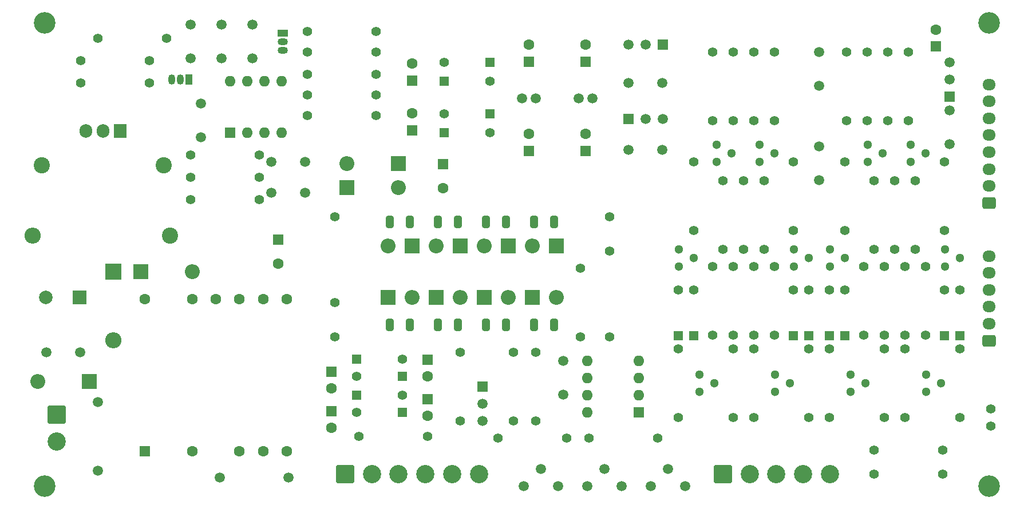
<source format=gbr>
%TF.GenerationSoftware,KiCad,Pcbnew,8.0.0*%
%TF.CreationDate,2024-03-08T15:53:04+08:00*%
%TF.ProjectId,xyz_display_board,78797a5f-6469-4737-906c-61795f626f61,1.0*%
%TF.SameCoordinates,Original*%
%TF.FileFunction,Soldermask,Top*%
%TF.FilePolarity,Negative*%
%FSLAX46Y46*%
G04 Gerber Fmt 4.6, Leading zero omitted, Abs format (unit mm)*
G04 Created by KiCad (PCBNEW 8.0.0) date 2024-03-08 15:53:04*
%MOMM*%
%LPD*%
G01*
G04 APERTURE LIST*
G04 Aperture macros list*
%AMRoundRect*
0 Rectangle with rounded corners*
0 $1 Rounding radius*
0 $2 $3 $4 $5 $6 $7 $8 $9 X,Y pos of 4 corners*
0 Add a 4 corners polygon primitive as box body*
4,1,4,$2,$3,$4,$5,$6,$7,$8,$9,$2,$3,0*
0 Add four circle primitives for the rounded corners*
1,1,$1+$1,$2,$3*
1,1,$1+$1,$4,$5*
1,1,$1+$1,$6,$7*
1,1,$1+$1,$8,$9*
0 Add four rect primitives between the rounded corners*
20,1,$1+$1,$2,$3,$4,$5,0*
20,1,$1+$1,$4,$5,$6,$7,0*
20,1,$1+$1,$6,$7,$8,$9,0*
20,1,$1+$1,$8,$9,$2,$3,0*%
G04 Aperture macros list end*
%ADD10C,1.500000*%
%ADD11R,1.500000X1.500000*%
%ADD12R,1.600000X1.600000*%
%ADD13C,1.600000*%
%ADD14C,1.400000*%
%ADD15R,1.400000X1.400000*%
%ADD16C,1.300000*%
%ADD17RoundRect,0.250000X0.725000X-0.600000X0.725000X0.600000X-0.725000X0.600000X-0.725000X-0.600000X0*%
%ADD18O,1.950000X1.700000*%
%ADD19R,2.200000X2.200000*%
%ADD20O,2.200000X2.200000*%
%ADD21C,3.200000*%
%ADD22RoundRect,0.250001X-1.099999X-1.099999X1.099999X-1.099999X1.099999X1.099999X-1.099999X1.099999X0*%
%ADD23C,2.700000*%
%ADD24RoundRect,0.250000X-0.325000X-0.650000X0.325000X-0.650000X0.325000X0.650000X-0.325000X0.650000X0*%
%ADD25O,1.600000X1.600000*%
%ADD26R,1.905000X2.000000*%
%ADD27O,1.905000X2.000000*%
%ADD28R,2.400000X2.400000*%
%ADD29O,2.400000X2.400000*%
%ADD30R,1.500000X1.050000*%
%ADD31O,1.500000X1.050000*%
%ADD32RoundRect,0.250001X-1.099999X1.099999X-1.099999X-1.099999X1.099999X-1.099999X1.099999X1.099999X0*%
%ADD33C,2.400000*%
%ADD34R,2.000000X2.000000*%
%ADD35C,2.000000*%
%ADD36R,1.050000X1.500000*%
%ADD37O,1.050000X1.500000*%
G04 APERTURE END LIST*
D10*
%TO.C,Q1*%
X119380000Y-113538000D03*
X119380000Y-110998000D03*
D11*
X119380000Y-108458000D03*
%TD*%
D12*
%TO.C,T1*%
X69454000Y-118004000D03*
D13*
X76454000Y-118004000D03*
X83454000Y-118004000D03*
X86954000Y-118004000D03*
X90454000Y-118004000D03*
X90454000Y-95504000D03*
X86954000Y-95504000D03*
X83454000Y-95504000D03*
X79954000Y-95504000D03*
X76454000Y-95504000D03*
X69454000Y-95504000D03*
%TD*%
D14*
%TO.C,D13*%
X113694000Y-68072000D03*
D15*
X120494000Y-68072000D03*
%TD*%
D14*
%TO.C,R9*%
X103632000Y-62230000D03*
X93472000Y-62230000D03*
%TD*%
%TO.C,U9*%
X97536000Y-83312000D03*
X97536000Y-96012000D03*
X97536000Y-101092000D03*
X138176000Y-101092000D03*
X138176000Y-88392000D03*
X138176000Y-83312000D03*
%TD*%
D12*
%TO.C,C22*%
X97028000Y-106236888D03*
D13*
X97028000Y-108736888D03*
%TD*%
D14*
%TO.C,D35*%
X170688000Y-94136000D03*
D15*
X170688000Y-100936000D03*
%TD*%
D16*
%TO.C,Q13*%
X170815000Y-90678000D03*
X172974000Y-89408000D03*
X170815000Y-88128000D03*
%TD*%
D14*
%TO.C,R42*%
X183388000Y-77978000D03*
X183388000Y-88138000D03*
%TD*%
%TO.C,R34*%
X154940000Y-77978000D03*
X154940000Y-88138000D03*
%TD*%
D12*
%TO.C,C17*%
X108966000Y-70524380D03*
D13*
X108966000Y-68024380D03*
%TD*%
D17*
%TO.C,J7*%
X194310000Y-101650800D03*
D18*
X194310000Y-99150800D03*
X194310000Y-96650800D03*
X194310000Y-94150800D03*
X194310000Y-91650800D03*
X194310000Y-89150800D03*
%TD*%
D14*
%TO.C,R40*%
X173228000Y-69088000D03*
X173228000Y-58928000D03*
%TD*%
D19*
%TO.C,D2*%
X105410000Y-95250000D03*
D20*
X105410000Y-87630000D03*
%TD*%
D14*
%TO.C,R29*%
X167640000Y-113030000D03*
X167640000Y-102870000D03*
%TD*%
D10*
%TO.C,C38*%
X131318000Y-109688000D03*
X131318000Y-104688000D03*
%TD*%
D14*
%TO.C,R37*%
X181864000Y-100838000D03*
X181864000Y-90678000D03*
%TD*%
D19*
%TO.C,D5*%
X116078000Y-87630000D03*
D20*
X116078000Y-95250000D03*
%TD*%
D11*
%TO.C,U7*%
X140970000Y-68834000D03*
D10*
X143510000Y-68834000D03*
X146050000Y-68834000D03*
%TD*%
D14*
%TO.C,R6*%
X59944000Y-60198000D03*
X70104000Y-60198000D03*
%TD*%
D10*
%TO.C,RV1*%
X125476000Y-123190000D03*
X128016000Y-120650000D03*
X130556000Y-123190000D03*
%TD*%
%TO.C,C7*%
X88178000Y-79756000D03*
X93178000Y-79756000D03*
%TD*%
D14*
%TO.C,R36*%
X148336000Y-113030000D03*
X148336000Y-102870000D03*
%TD*%
D19*
%TO.C,D9*%
X130302000Y-87630000D03*
D20*
X130302000Y-95250000D03*
%TD*%
D16*
%TO.C,Q15*%
X173863000Y-109220000D03*
X176022000Y-107950000D03*
X173863000Y-106670000D03*
%TD*%
D21*
%TO.C,H4*%
X194310000Y-123190000D03*
%TD*%
D16*
%TO.C,Q14*%
X187833000Y-90678000D03*
X189992000Y-89408000D03*
X187833000Y-88128000D03*
%TD*%
D14*
%TO.C,D17*%
X107540000Y-104394000D03*
D15*
X100740000Y-104394000D03*
%TD*%
D22*
%TO.C,J2*%
X99060000Y-121412000D03*
D23*
X103020000Y-121412000D03*
X106980000Y-121412000D03*
X110940000Y-121412000D03*
X114900000Y-121412000D03*
X118860000Y-121412000D03*
%TD*%
D12*
%TO.C,C33*%
X186436000Y-58101113D03*
D13*
X186436000Y-55601113D03*
%TD*%
D14*
%TO.C,D23*%
X165354000Y-94136000D03*
D15*
X165354000Y-100936000D03*
%TD*%
D16*
%TO.C,Q11*%
X176403000Y-75184000D03*
X178562000Y-73914000D03*
X176403000Y-72634000D03*
%TD*%
D24*
%TO.C,C10*%
X112825000Y-84074000D03*
X115775000Y-84074000D03*
%TD*%
D14*
%TO.C,R64*%
X187706000Y-85344000D03*
X187706000Y-75184000D03*
%TD*%
%TO.C,R62*%
X184912000Y-100838000D03*
X184912000Y-90678000D03*
%TD*%
%TO.C,R66*%
X180340000Y-88138000D03*
X180340000Y-77978000D03*
%TD*%
%TO.C,R65*%
X172974000Y-85344000D03*
X172974000Y-75184000D03*
%TD*%
D21*
%TO.C,H2*%
X194310000Y-54610000D03*
%TD*%
D10*
%TO.C,C29*%
X146010000Y-63500000D03*
X141010000Y-63500000D03*
%TD*%
D14*
%TO.C,R50*%
X133858000Y-90932000D03*
X133858000Y-101092000D03*
%TD*%
%TO.C,R60*%
X181864000Y-113030000D03*
X181864000Y-102870000D03*
%TD*%
%TO.C,R39*%
X182372000Y-69088000D03*
X182372000Y-58928000D03*
%TD*%
D10*
%TO.C,L2*%
X133620000Y-65786000D03*
X135620000Y-65786000D03*
%TD*%
D12*
%TO.C,C16*%
X108966000Y-63158380D03*
D13*
X108966000Y-60658380D03*
%TD*%
D14*
%TO.C,R57*%
X150622000Y-85344000D03*
X150622000Y-75184000D03*
%TD*%
D19*
%TO.C,D7*%
X123190000Y-87630000D03*
D20*
X123190000Y-95250000D03*
%TD*%
D14*
%TO.C,R51*%
X177292000Y-117856000D03*
X187452000Y-117856000D03*
%TD*%
%TO.C,R7*%
X93472000Y-65278000D03*
X103632000Y-65278000D03*
%TD*%
%TO.C,NE1*%
X194564000Y-114300000D03*
X194564000Y-111760000D03*
%TD*%
%TO.C,D30*%
X189992000Y-94136000D03*
D15*
X189992000Y-100936000D03*
%TD*%
D19*
%TO.C,D20*%
X61214000Y-107696000D03*
D20*
X53594000Y-107696000D03*
%TD*%
D24*
%TO.C,C15*%
X127049000Y-99314000D03*
X129999000Y-99314000D03*
%TD*%
D14*
%TO.C,R61*%
X178816000Y-113030000D03*
X178816000Y-102870000D03*
%TD*%
%TO.C,R63*%
X175768000Y-100838000D03*
X175768000Y-90678000D03*
%TD*%
D17*
%TO.C,J5*%
X194310000Y-81254600D03*
D18*
X194310000Y-78754600D03*
X194310000Y-76254600D03*
X194310000Y-73754600D03*
X194310000Y-71254600D03*
X194310000Y-68754600D03*
X194310000Y-66254600D03*
X194310000Y-63754600D03*
%TD*%
D16*
%TO.C,Q9*%
X151511000Y-109220000D03*
X153670000Y-107950000D03*
X151511000Y-106670000D03*
%TD*%
D14*
%TO.C,R24*%
X72644000Y-56896000D03*
X62484000Y-56896000D03*
%TD*%
%TO.C,R32*%
X159512000Y-69088000D03*
X159512000Y-58928000D03*
%TD*%
%TO.C,D22*%
X167640000Y-94136000D03*
D15*
X167640000Y-100936000D03*
%TD*%
D14*
%TO.C,R1*%
X76200000Y-77470000D03*
X86360000Y-77470000D03*
%TD*%
D19*
%TO.C,D3*%
X108966000Y-87630000D03*
D20*
X108966000Y-95250000D03*
%TD*%
D14*
%TO.C,D10*%
X113694000Y-60452000D03*
D15*
X120494000Y-60452000D03*
%TD*%
D10*
%TO.C,C2*%
X59904000Y-103378000D03*
X54904000Y-103378000D03*
%TD*%
D14*
%TO.C,D11*%
X120494000Y-70866000D03*
D15*
X113694000Y-70866000D03*
%TD*%
D14*
%TO.C,R35*%
X156464000Y-100838000D03*
X156464000Y-90678000D03*
%TD*%
%TO.C,R10*%
X76200000Y-74168000D03*
X86360000Y-74168000D03*
%TD*%
D19*
%TO.C,D15*%
X106934000Y-75438000D03*
D20*
X99314000Y-75438000D03*
%TD*%
D14*
%TO.C,D12*%
X120494000Y-63246000D03*
D15*
X113694000Y-63246000D03*
%TD*%
D14*
%TO.C,R69*%
X127254000Y-113538000D03*
X127254000Y-103378000D03*
%TD*%
D10*
%TO.C,C5*%
X80772000Y-59904000D03*
X80772000Y-54904000D03*
%TD*%
D16*
%TO.C,Q12*%
X185039000Y-109220000D03*
X187198000Y-107950000D03*
X185039000Y-106670000D03*
%TD*%
D12*
%TO.C,C21*%
X113538000Y-75563349D03*
D13*
X113538000Y-79063349D03*
%TD*%
D10*
%TO.C,L1*%
X125238000Y-65786000D03*
X127238000Y-65786000D03*
%TD*%
D16*
%TO.C,Q8*%
X165481000Y-90678000D03*
X167640000Y-89408000D03*
X165481000Y-88128000D03*
%TD*%
D14*
%TO.C,R18*%
X116078000Y-103378000D03*
X116078000Y-113538000D03*
%TD*%
%TO.C,D18*%
X100740000Y-112268000D03*
D15*
X107540000Y-112268000D03*
%TD*%
D16*
%TO.C,Q10*%
X182753000Y-75184000D03*
X184912000Y-73914000D03*
X182753000Y-72634000D03*
%TD*%
D19*
%TO.C,D8*%
X126746000Y-95250000D03*
D20*
X126746000Y-87630000D03*
%TD*%
D14*
%TO.C,R67*%
X176276000Y-69088000D03*
X176276000Y-58928000D03*
%TD*%
D12*
%TO.C,C20*%
X89154000Y-86739349D03*
D13*
X89154000Y-90239349D03*
%TD*%
D14*
%TO.C,R38*%
X189992000Y-113030000D03*
X189992000Y-102870000D03*
%TD*%
D12*
%TO.C,U1*%
X82052000Y-70856000D03*
D25*
X84592000Y-70856000D03*
X87132000Y-70856000D03*
X89672000Y-70856000D03*
X89672000Y-63236000D03*
X87132000Y-63236000D03*
X84592000Y-63236000D03*
X82052000Y-63236000D03*
%TD*%
D14*
%TO.C,D19*%
X107540000Y-109728000D03*
D15*
X100740000Y-109728000D03*
%TD*%
D10*
%TO.C,C34*%
X188468000Y-67604000D03*
X188468000Y-72604000D03*
%TD*%
D12*
%TO.C,C18*%
X126238000Y-60364380D03*
D13*
X126238000Y-57864380D03*
%TD*%
D12*
%TO.C,C23*%
X111252000Y-104458888D03*
D13*
X111252000Y-106958888D03*
%TD*%
D19*
%TO.C,D4*%
X112522000Y-95250000D03*
D20*
X112522000Y-87630000D03*
%TD*%
D14*
%TO.C,R49*%
X93472000Y-58928000D03*
X103632000Y-58928000D03*
%TD*%
D26*
%TO.C,Q3*%
X65786000Y-70612000D03*
D27*
X63246000Y-70612000D03*
X60706000Y-70612000D03*
%TD*%
D14*
%TO.C,R30*%
X162560000Y-69088000D03*
X162560000Y-58928000D03*
%TD*%
D24*
%TO.C,C26*%
X105713000Y-84074000D03*
X108663000Y-84074000D03*
%TD*%
D28*
%TO.C,D39*%
X64770000Y-91440000D03*
D29*
X64770000Y-101600000D03*
%TD*%
D14*
%TO.C,R56*%
X165354000Y-85344000D03*
X165354000Y-75184000D03*
%TD*%
%TO.C,D16*%
X100740000Y-106934000D03*
D15*
X107540000Y-106934000D03*
%TD*%
D21*
%TO.C,H1*%
X54610000Y-54610000D03*
%TD*%
D30*
%TO.C,Q2*%
X89810000Y-56134000D03*
D31*
X89810000Y-57404000D03*
X89810000Y-58674000D03*
%TD*%
D12*
%TO.C,C28*%
X134620000Y-73572380D03*
D13*
X134620000Y-71072380D03*
%TD*%
D19*
%TO.C,D14*%
X99314000Y-78994000D03*
D20*
X106934000Y-78994000D03*
%TD*%
D14*
%TO.C,R44*%
X178816000Y-100838000D03*
X178816000Y-90678000D03*
%TD*%
D16*
%TO.C,Q5*%
X154051000Y-75184000D03*
X156210000Y-73914000D03*
X154051000Y-72634000D03*
%TD*%
D24*
%TO.C,C12*%
X119937000Y-84074000D03*
X122887000Y-84074000D03*
%TD*%
D14*
%TO.C,D26*%
X150622000Y-94136000D03*
D15*
X150622000Y-100936000D03*
%TD*%
D11*
%TO.C,U6*%
X188468000Y-65532000D03*
D10*
X188468000Y-62992000D03*
X188468000Y-60452000D03*
%TD*%
D12*
%TO.C,U3*%
X142484000Y-112258000D03*
D25*
X142484000Y-109718000D03*
X142484000Y-107178000D03*
X142484000Y-104638000D03*
X134864000Y-104638000D03*
X134864000Y-107178000D03*
X134864000Y-109718000D03*
X134864000Y-112258000D03*
%TD*%
D14*
%TO.C,R41*%
X179324000Y-69088000D03*
X179324000Y-58928000D03*
%TD*%
D24*
%TO.C,C14*%
X127049000Y-84074000D03*
X129999000Y-84074000D03*
%TD*%
D14*
%TO.C,R8*%
X93472000Y-68326000D03*
X103632000Y-68326000D03*
%TD*%
D10*
%TO.C,C36*%
X169164000Y-72938000D03*
X169164000Y-77938000D03*
%TD*%
D14*
%TO.C,R43*%
X177292000Y-77978000D03*
X177292000Y-88138000D03*
%TD*%
%TO.C,R52*%
X162560000Y-100838000D03*
X162560000Y-90678000D03*
%TD*%
D32*
%TO.C,J1*%
X56430000Y-112626000D03*
D23*
X56430000Y-116586000D03*
%TD*%
D14*
%TO.C,R53*%
X153416000Y-100838000D03*
X153416000Y-90678000D03*
%TD*%
%TO.C,R70*%
X103632000Y-55880000D03*
X93472000Y-55880000D03*
%TD*%
%TO.C,R68*%
X131826000Y-116078000D03*
X121666000Y-116078000D03*
%TD*%
D24*
%TO.C,C11*%
X112825000Y-99314000D03*
X115775000Y-99314000D03*
%TD*%
D14*
%TO.C,R55*%
X156464000Y-113030000D03*
X156464000Y-102870000D03*
%TD*%
%TO.C,R33*%
X161036000Y-77978000D03*
X161036000Y-88138000D03*
%TD*%
D10*
%TO.C,F1*%
X62484000Y-120904000D03*
X62484000Y-110744000D03*
%TD*%
D14*
%TO.C,R45*%
X170688000Y-113030000D03*
X170688000Y-102870000D03*
%TD*%
%TO.C,R59*%
X156464000Y-69088000D03*
X156464000Y-58928000D03*
%TD*%
D19*
%TO.C,D1*%
X68834000Y-91440000D03*
D20*
X76454000Y-91440000D03*
%TD*%
D16*
%TO.C,Q4*%
X160401000Y-75184000D03*
X162560000Y-73914000D03*
X160401000Y-72634000D03*
%TD*%
D10*
%TO.C,C3*%
X85344000Y-59904000D03*
X85344000Y-54904000D03*
%TD*%
D14*
%TO.C,R16*%
X123952000Y-103378000D03*
X123952000Y-113538000D03*
%TD*%
D12*
%TO.C,C27*%
X134620000Y-60364380D03*
D13*
X134620000Y-57864380D03*
%TD*%
D10*
%TO.C,C37*%
X76200000Y-54904000D03*
X76200000Y-59904000D03*
%TD*%
D14*
%TO.C,D27*%
X148336000Y-94136000D03*
D15*
X148336000Y-100936000D03*
%TD*%
D33*
%TO.C,R26*%
X73152000Y-86106000D03*
D29*
X52832000Y-86106000D03*
%TD*%
D14*
%TO.C,R28*%
X159512000Y-100838000D03*
X159512000Y-90678000D03*
%TD*%
D33*
%TO.C,HS1*%
X54246000Y-75692000D03*
X72246000Y-75692000D03*
%TD*%
D10*
%TO.C,RV3*%
X144272000Y-123190000D03*
X146812000Y-120650000D03*
X149352000Y-123190000D03*
%TD*%
%TO.C,C35*%
X169164000Y-58928000D03*
X169164000Y-63928000D03*
%TD*%
%TO.C,C32*%
X141010000Y-73406000D03*
X146010000Y-73406000D03*
%TD*%
D16*
%TO.C,Q7*%
X148463000Y-90678000D03*
X150622000Y-89408000D03*
X148463000Y-88128000D03*
%TD*%
D12*
%TO.C,C19*%
X126238000Y-73572380D03*
D13*
X126238000Y-71072380D03*
%TD*%
D34*
%TO.C,C1*%
X59771677Y-95250000D03*
D35*
X54771677Y-95250000D03*
%TD*%
D10*
%TO.C,C8*%
X77724000Y-71588000D03*
X77724000Y-66588000D03*
%TD*%
D24*
%TO.C,C9*%
X105713000Y-99314000D03*
X108663000Y-99314000D03*
%TD*%
D10*
%TO.C,RV2*%
X134874000Y-123190000D03*
X137414000Y-120650000D03*
X139954000Y-123190000D03*
%TD*%
D21*
%TO.C,H3*%
X54610000Y-123190000D03*
%TD*%
D12*
%TO.C,C25*%
X111252000Y-110300888D03*
D13*
X111252000Y-112800888D03*
%TD*%
D14*
%TO.C,R19*%
X177292000Y-121412000D03*
X187452000Y-121412000D03*
%TD*%
D12*
%TO.C,C24*%
X97028000Y-112078888D03*
D13*
X97028000Y-114578888D03*
%TD*%
D16*
%TO.C,Q6*%
X162687000Y-109220000D03*
X164846000Y-107950000D03*
X162687000Y-106670000D03*
%TD*%
D14*
%TO.C,R58*%
X157988000Y-88138000D03*
X157988000Y-77978000D03*
%TD*%
%TO.C,R54*%
X159512000Y-113030000D03*
X159512000Y-102870000D03*
%TD*%
%TO.C,R15*%
X145288000Y-116078000D03*
X135128000Y-116078000D03*
%TD*%
D22*
%TO.C,J6*%
X154940000Y-121412000D03*
D23*
X158900000Y-121412000D03*
X162860000Y-121412000D03*
X166820000Y-121412000D03*
X170780000Y-121412000D03*
%TD*%
D10*
%TO.C,F2*%
X80518000Y-121920000D03*
X90678000Y-121920000D03*
%TD*%
D14*
%TO.C,D31*%
X187706000Y-94136000D03*
D15*
X187706000Y-100936000D03*
%TD*%
D24*
%TO.C,C13*%
X119937000Y-99314000D03*
X122887000Y-99314000D03*
%TD*%
D11*
%TO.C,U8*%
X146050000Y-57806000D03*
D10*
X143510000Y-57806000D03*
X140970000Y-57806000D03*
%TD*%
D14*
%TO.C,R48*%
X111252000Y-115824000D03*
X101092000Y-115824000D03*
%TD*%
D10*
%TO.C,C4*%
X88178000Y-75184000D03*
X93178000Y-75184000D03*
%TD*%
D19*
%TO.C,D6*%
X119634000Y-95250000D03*
D20*
X119634000Y-87630000D03*
%TD*%
D14*
%TO.C,D34*%
X172974000Y-94136000D03*
D15*
X172974000Y-100936000D03*
%TD*%
D14*
%TO.C,R2*%
X70104000Y-63500000D03*
X59944000Y-63500000D03*
%TD*%
D36*
%TO.C,Q16*%
X75946000Y-62992000D03*
D37*
X74676000Y-62992000D03*
X73406000Y-62992000D03*
%TD*%
D14*
%TO.C,R31*%
X153416000Y-69088000D03*
X153416000Y-58928000D03*
%TD*%
%TO.C,R4*%
X86360000Y-80772000D03*
X76200000Y-80772000D03*
%TD*%
M02*

</source>
